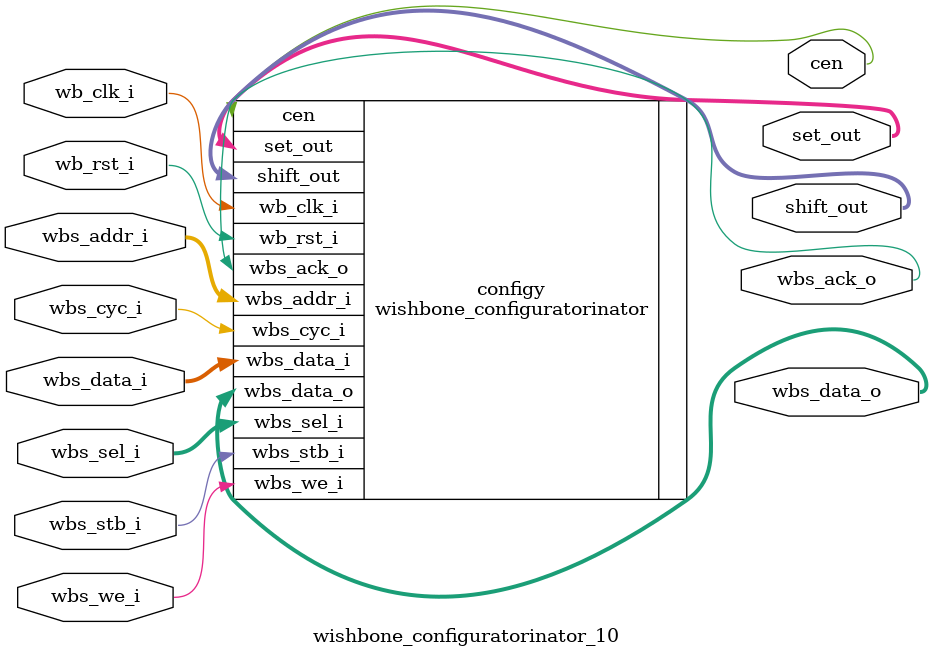
<source format=v>
module wishbone_configuratorinator_10 (
    // Global signals
    input wb_clk_i,
    input wb_rst_i,

    // Wishbone signals
    input wbs_stb_i,
    input wbs_cyc_i,
    input wbs_we_i,
    // Write mask
    input [3:0] wbs_sel_i,
    input [31:0] wbs_data_i,
    input [31:0] wbs_addr_i,
    output wbs_ack_o, // Its bad form but its also 1 in the morning
    output [31:0] wbs_data_o,

    // Config output
    output cen,
    output [3:0] set_out,
    output [3:0] shift_out
);
    wishbone_configuratorinator #(.BASE_ADDR(32'h3000_0010)) configy (
        .wb_clk_i(wb_clk_i),
        .wb_rst_i(wb_rst_i),
        .wbs_stb_i(wbs_stb_i),
        .wbs_cyc_i(wbs_cyc_i),
        .wbs_we_i(wbs_we_i),
        .wbs_sel_i(wbs_sel_i),
        .wbs_data_i(wbs_data_i),
        .wbs_addr_i(wbs_addr_i),
        .wbs_ack_o(wbs_ack_o),
        .wbs_data_o(wbs_data_o),
        .cen(cen),
        .set_out(set_out),
        .shift_out(shift_out)
    );
endmodule
</source>
